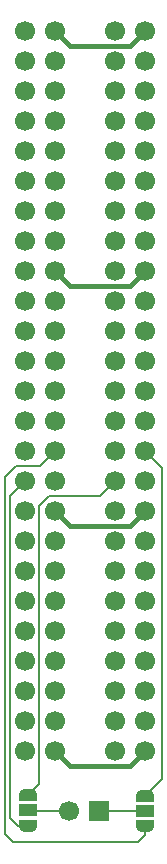
<source format=gbr>
%TF.GenerationSoftware,KiCad,Pcbnew,9.0.4*%
%TF.CreationDate,2025-11-09T10:18:35+13:00*%
%TF.ProjectId,AWS_CPU_Jumper,4157535f-4350-4555-9f4a-756d7065722e,rev?*%
%TF.SameCoordinates,Original*%
%TF.FileFunction,Copper,L2,Bot*%
%TF.FilePolarity,Positive*%
%FSLAX46Y46*%
G04 Gerber Fmt 4.6, Leading zero omitted, Abs format (unit mm)*
G04 Created by KiCad (PCBNEW 9.0.4) date 2025-11-09 10:18:35*
%MOMM*%
%LPD*%
G01*
G04 APERTURE LIST*
G04 Aperture macros list*
%AMFreePoly0*
4,1,23,0.550000,-0.750000,0.000000,-0.750000,0.000000,-0.745722,-0.065263,-0.745722,-0.191342,-0.711940,-0.304381,-0.646677,-0.396677,-0.554381,-0.461940,-0.441342,-0.495722,-0.315263,-0.495722,-0.250000,-0.500000,-0.250000,-0.500000,0.250000,-0.495722,0.250000,-0.495722,0.315263,-0.461940,0.441342,-0.396677,0.554381,-0.304381,0.646677,-0.191342,0.711940,-0.065263,0.745722,0.000000,0.745722,
0.000000,0.750000,0.550000,0.750000,0.550000,-0.750000,0.550000,-0.750000,$1*%
%AMFreePoly1*
4,1,23,0.000000,0.745722,0.065263,0.745722,0.191342,0.711940,0.304381,0.646677,0.396677,0.554381,0.461940,0.441342,0.495722,0.315263,0.495722,0.250000,0.500000,0.250000,0.500000,-0.250000,0.495722,-0.250000,0.495722,-0.315263,0.461940,-0.441342,0.396677,-0.554381,0.304381,-0.646677,0.191342,-0.711940,0.065263,-0.745722,0.000000,-0.745722,0.000000,-0.750000,-0.550000,-0.750000,
-0.550000,0.750000,0.000000,0.750000,0.000000,0.745722,0.000000,0.745722,$1*%
G04 Aperture macros list end*
%TA.AperFunction,ComponentPad*%
%ADD10C,1.700000*%
%TD*%
%TA.AperFunction,ComponentPad*%
%ADD11R,1.700000X1.700000*%
%TD*%
%TA.AperFunction,SMDPad,CuDef*%
%ADD12FreePoly0,270.000000*%
%TD*%
%TA.AperFunction,SMDPad,CuDef*%
%ADD13R,1.500000X1.000000*%
%TD*%
%TA.AperFunction,SMDPad,CuDef*%
%ADD14FreePoly1,270.000000*%
%TD*%
%TA.AperFunction,Conductor*%
%ADD15C,0.400000*%
%TD*%
%TA.AperFunction,Conductor*%
%ADD16C,0.200000*%
%TD*%
G04 APERTURE END LIST*
D10*
%TO.P,J1,1,Pin_1*%
%TO.N,Net-(J1-Pin_1)*%
X127000000Y-127000000D03*
%TO.P,J1,2,Pin_2*%
%TO.N,Net-(J1-Pin_2)*%
X124460000Y-127000000D03*
%TO.P,J1,3,Pin_3*%
%TO.N,Net-(J1-Pin_3)*%
X127000000Y-124460000D03*
%TO.P,J1,4,Pin_4*%
%TO.N,Net-(J1-Pin_4)*%
X124460000Y-124460000D03*
%TO.P,J1,5,Pin_5*%
%TO.N,Net-(J1-Pin_5)*%
X127000000Y-121920000D03*
%TO.P,J1,6,Pin_6*%
%TO.N,Net-(J1-Pin_6)*%
X124460000Y-121920000D03*
%TO.P,J1,7,Pin_7*%
%TO.N,Net-(J1-Pin_7)*%
X127000000Y-119380000D03*
%TO.P,J1,8,Pin_8*%
%TO.N,Net-(J1-Pin_8)*%
X124460000Y-119380000D03*
%TO.P,J1,9,Pin_9*%
%TO.N,Net-(J1-Pin_9)*%
X127000000Y-116840000D03*
%TO.P,J1,10,Pin_10*%
%TO.N,Net-(J1-Pin_10)*%
X124460000Y-116840000D03*
%TO.P,J1,11,Pin_11*%
%TO.N,Net-(J1-Pin_11)*%
X127000000Y-114300000D03*
%TO.P,J1,12,Pin_12*%
%TO.N,Net-(J1-Pin_12)*%
X124460000Y-114300000D03*
%TO.P,J1,13,Pin_13*%
%TO.N,Net-(J1-Pin_13)*%
X127000000Y-111760000D03*
%TO.P,J1,14,Pin_14*%
%TO.N,Net-(J1-Pin_14)*%
X124460000Y-111760000D03*
%TO.P,J1,15,Pin_15*%
%TO.N,Net-(J1-Pin_15)*%
X127000000Y-109220000D03*
%TO.P,J1,16,Pin_16*%
%TO.N,Net-(J1-Pin_16)*%
X124460000Y-109220000D03*
%TO.P,J1,17,Pin_17*%
%TO.N,Net-(J1-Pin_17)*%
X127000000Y-106680000D03*
%TO.P,J1,18,Pin_18*%
%TO.N,Net-(J1-Pin_18)*%
X124460000Y-106680000D03*
%TO.P,J1,19,Pin_19*%
%TO.N,Net-(J1-Pin_19)*%
X127000000Y-104140000D03*
%TO.P,J1,20,Pin_20*%
%TO.N,B_DRTYPE0-*%
X124460000Y-104140000D03*
%TO.P,J1,21,Pin_21*%
%TO.N,B_DRTYPE1-*%
X127000000Y-101600000D03*
%TO.P,J1,22,Pin_22*%
%TO.N,Net-(J1-Pin_22)*%
X124460000Y-101600000D03*
%TO.P,J1,23,Pin_23*%
%TO.N,Net-(J1-Pin_23)*%
X127000000Y-99060000D03*
%TO.P,J1,24,Pin_24*%
%TO.N,Net-(J1-Pin_24)*%
X124460000Y-99060000D03*
%TO.P,J1,25,Pin_25*%
%TO.N,Net-(J1-Pin_25)*%
X127000000Y-96520000D03*
%TO.P,J1,26,Pin_26*%
%TO.N,Net-(J1-Pin_26)*%
X124460000Y-96520000D03*
%TO.P,J1,27,Pin_27*%
%TO.N,Net-(J1-Pin_27)*%
X127000000Y-93980000D03*
%TO.P,J1,28,Pin_28*%
%TO.N,Net-(J1-Pin_28)*%
X124460000Y-93980000D03*
%TO.P,J1,29,Pin_29*%
%TO.N,Net-(J1-Pin_29)*%
X127000000Y-91440000D03*
%TO.P,J1,30,Pin_30*%
%TO.N,Net-(J1-Pin_30)*%
X124460000Y-91440000D03*
%TO.P,J1,31,Pin_31*%
%TO.N,Net-(J1-Pin_31)*%
X127000000Y-88900000D03*
%TO.P,J1,32,Pin_32*%
%TO.N,Net-(J1-Pin_32)*%
X124460000Y-88900000D03*
%TO.P,J1,33,Pin_33*%
%TO.N,Net-(J1-Pin_33)*%
X127000000Y-86360000D03*
%TO.P,J1,34,Pin_34*%
%TO.N,Net-(J1-Pin_34)*%
X124460000Y-86360000D03*
%TO.P,J1,35,Pin_35*%
%TO.N,Net-(J1-Pin_35)*%
X127000000Y-83820000D03*
%TO.P,J1,36,Pin_36*%
%TO.N,Net-(J1-Pin_36)*%
X124460000Y-83820000D03*
%TO.P,J1,37,Pin_37*%
%TO.N,Net-(J1-Pin_37)*%
X127000000Y-81280000D03*
%TO.P,J1,38,Pin_38*%
%TO.N,Net-(J1-Pin_38)*%
X124460000Y-81280000D03*
%TO.P,J1,39,Pin_39*%
%TO.N,Net-(J1-Pin_39)*%
X127000000Y-78740000D03*
%TO.P,J1,40,Pin_40*%
%TO.N,Net-(J1-Pin_40)*%
X124460000Y-78740000D03*
%TO.P,J1,41,Pin_41*%
%TO.N,Net-(J1-Pin_41)*%
X127000000Y-76200000D03*
%TO.P,J1,42,Pin_42*%
%TO.N,Net-(J1-Pin_42)*%
X124460000Y-76200000D03*
%TO.P,J1,43,Pin_43*%
%TO.N,Net-(J1-Pin_43)*%
X127000000Y-73660000D03*
%TO.P,J1,44,Pin_44*%
%TO.N,Net-(J1-Pin_44)*%
X124460000Y-73660000D03*
%TO.P,J1,45,Pin_45*%
%TO.N,Net-(J1-Pin_45)*%
X127000000Y-71120000D03*
%TO.P,J1,46,Pin_46*%
%TO.N,Net-(J1-Pin_46)*%
X124460000Y-71120000D03*
%TO.P,J1,47,Pin_47*%
%TO.N,Net-(J1-Pin_47)*%
X127000000Y-68580000D03*
%TO.P,J1,48,Pin_48*%
%TO.N,Net-(J1-Pin_48)*%
X124460000Y-68580000D03*
%TO.P,J1,49,Pin_49*%
%TO.N,Net-(J1-Pin_49)*%
X127000000Y-66040000D03*
%TO.P,J1,50,Pin_50*%
%TO.N,Net-(J1-Pin_50)*%
X124460000Y-66040000D03*
%TD*%
D11*
%TO.P,J3,1,Pin_1*%
%TO.N,Net-(J3-Pin_1)*%
X130700000Y-132080000D03*
D10*
%TO.P,J3,2,Pin_2*%
%TO.N,Net-(J3-Pin_2)*%
X128160000Y-132080000D03*
%TD*%
%TO.P,J2,1,Pin_1*%
%TO.N,Net-(J1-Pin_1)*%
X134620000Y-127000000D03*
%TO.P,J2,2,Pin_2*%
%TO.N,Net-(J1-Pin_2)*%
X132080000Y-127000000D03*
%TO.P,J2,3,Pin_3*%
%TO.N,Net-(J1-Pin_3)*%
X134620000Y-124460000D03*
%TO.P,J2,4,Pin_4*%
%TO.N,Net-(J1-Pin_4)*%
X132080000Y-124460000D03*
%TO.P,J2,5,Pin_5*%
%TO.N,Net-(J1-Pin_5)*%
X134620000Y-121920000D03*
%TO.P,J2,6,Pin_6*%
%TO.N,Net-(J1-Pin_6)*%
X132080000Y-121920000D03*
%TO.P,J2,7,Pin_7*%
%TO.N,Net-(J1-Pin_7)*%
X134620000Y-119380000D03*
%TO.P,J2,8,Pin_8*%
%TO.N,Net-(J1-Pin_8)*%
X132080000Y-119380000D03*
%TO.P,J2,9,Pin_9*%
%TO.N,Net-(J1-Pin_9)*%
X134620000Y-116840000D03*
%TO.P,J2,10,Pin_10*%
%TO.N,Net-(J1-Pin_10)*%
X132080000Y-116840000D03*
%TO.P,J2,11,Pin_11*%
%TO.N,Net-(J1-Pin_11)*%
X134620000Y-114300000D03*
%TO.P,J2,12,Pin_12*%
%TO.N,Net-(J1-Pin_12)*%
X132080000Y-114300000D03*
%TO.P,J2,13,Pin_13*%
%TO.N,Net-(J1-Pin_13)*%
X134620000Y-111760000D03*
%TO.P,J2,14,Pin_14*%
%TO.N,Net-(J1-Pin_14)*%
X132080000Y-111760000D03*
%TO.P,J2,15,Pin_15*%
%TO.N,Net-(J1-Pin_15)*%
X134620000Y-109220000D03*
%TO.P,J2,16,Pin_16*%
%TO.N,Net-(J1-Pin_16)*%
X132080000Y-109220000D03*
%TO.P,J2,17,Pin_17*%
%TO.N,Net-(J1-Pin_17)*%
X134620000Y-106680000D03*
%TO.P,J2,18,Pin_18*%
%TO.N,Net-(J1-Pin_18)*%
X132080000Y-106680000D03*
%TO.P,J2,19,Pin_19*%
%TO.N,Net-(J1-Pin_19)*%
X134620000Y-104140000D03*
%TO.P,J2,20,Pin_20*%
%TO.N,A_DRTYPE0-*%
X132080000Y-104140000D03*
%TO.P,J2,21,Pin_21*%
%TO.N,A_DRTYPE1-*%
X134620000Y-101600000D03*
%TO.P,J2,22,Pin_22*%
%TO.N,Net-(J1-Pin_22)*%
X132080000Y-101600000D03*
%TO.P,J2,23,Pin_23*%
%TO.N,Net-(J1-Pin_23)*%
X134620000Y-99060000D03*
%TO.P,J2,24,Pin_24*%
%TO.N,Net-(J1-Pin_24)*%
X132080000Y-99060000D03*
%TO.P,J2,25,Pin_25*%
%TO.N,Net-(J1-Pin_25)*%
X134620000Y-96520000D03*
%TO.P,J2,26,Pin_26*%
%TO.N,Net-(J1-Pin_26)*%
X132080000Y-96520000D03*
%TO.P,J2,27,Pin_27*%
%TO.N,Net-(J1-Pin_27)*%
X134620000Y-93980000D03*
%TO.P,J2,28,Pin_28*%
%TO.N,Net-(J1-Pin_28)*%
X132080000Y-93980000D03*
%TO.P,J2,29,Pin_29*%
%TO.N,Net-(J1-Pin_29)*%
X134620000Y-91440000D03*
%TO.P,J2,30,Pin_30*%
%TO.N,Net-(J1-Pin_30)*%
X132080000Y-91440000D03*
%TO.P,J2,31,Pin_31*%
%TO.N,Net-(J1-Pin_31)*%
X134620000Y-88900000D03*
%TO.P,J2,32,Pin_32*%
%TO.N,Net-(J1-Pin_32)*%
X132080000Y-88900000D03*
%TO.P,J2,33,Pin_33*%
%TO.N,Net-(J1-Pin_33)*%
X134620000Y-86360000D03*
%TO.P,J2,34,Pin_34*%
%TO.N,Net-(J1-Pin_34)*%
X132080000Y-86360000D03*
%TO.P,J2,35,Pin_35*%
%TO.N,Net-(J1-Pin_35)*%
X134620000Y-83820000D03*
%TO.P,J2,36,Pin_36*%
%TO.N,Net-(J1-Pin_36)*%
X132080000Y-83820000D03*
%TO.P,J2,37,Pin_37*%
%TO.N,Net-(J1-Pin_37)*%
X134620000Y-81280000D03*
%TO.P,J2,38,Pin_38*%
%TO.N,Net-(J1-Pin_38)*%
X132080000Y-81280000D03*
%TO.P,J2,39,Pin_39*%
%TO.N,Net-(J1-Pin_39)*%
X134620000Y-78740000D03*
%TO.P,J2,40,Pin_40*%
%TO.N,Net-(J1-Pin_40)*%
X132080000Y-78740000D03*
%TO.P,J2,41,Pin_41*%
%TO.N,Net-(J1-Pin_41)*%
X134620000Y-76200000D03*
%TO.P,J2,42,Pin_42*%
%TO.N,Net-(J1-Pin_42)*%
X132080000Y-76200000D03*
%TO.P,J2,43,Pin_43*%
%TO.N,Net-(J1-Pin_43)*%
X134620000Y-73660000D03*
%TO.P,J2,44,Pin_44*%
%TO.N,Net-(J1-Pin_44)*%
X132080000Y-73660000D03*
%TO.P,J2,45,Pin_45*%
%TO.N,Net-(J1-Pin_45)*%
X134620000Y-71120000D03*
%TO.P,J2,46,Pin_46*%
%TO.N,Net-(J1-Pin_46)*%
X132080000Y-71120000D03*
%TO.P,J2,47,Pin_47*%
%TO.N,Net-(J1-Pin_47)*%
X134620000Y-68580000D03*
%TO.P,J2,48,Pin_48*%
%TO.N,Net-(J1-Pin_48)*%
X132080000Y-68580000D03*
%TO.P,J2,49,Pin_49*%
%TO.N,Net-(J1-Pin_49)*%
X134620000Y-66040000D03*
%TO.P,J2,50,Pin_50*%
%TO.N,Net-(J1-Pin_50)*%
X132080000Y-66040000D03*
%TD*%
D12*
%TO.P,JP1,1,A*%
%TO.N,A_DRTYPE1-*%
X134620000Y-130810000D03*
D13*
%TO.P,JP1,2,C*%
%TO.N,Net-(J3-Pin_1)*%
X134620000Y-132110000D03*
D14*
%TO.P,JP1,3,B*%
%TO.N,B_DRTYPE1-*%
X134620000Y-133410000D03*
%TD*%
D12*
%TO.P,JP2,1,A*%
%TO.N,A_DRTYPE0-*%
X124714000Y-130750000D03*
D13*
%TO.P,JP2,2,C*%
%TO.N,Net-(J3-Pin_2)*%
X124714000Y-132050000D03*
D14*
%TO.P,JP2,3,B*%
%TO.N,B_DRTYPE0-*%
X124714000Y-133350000D03*
%TD*%
D15*
%TO.N,Net-(J1-Pin_33)*%
X127000000Y-86360000D02*
X128270000Y-87630000D01*
X128270000Y-87630000D02*
X133350000Y-87630000D01*
X133350000Y-87630000D02*
X134620000Y-86360000D01*
%TO.N,Net-(J1-Pin_1)*%
X127000000Y-127000000D02*
X128251000Y-128251000D01*
X128251000Y-128251000D02*
X133369000Y-128251000D01*
X133369000Y-128251000D02*
X134620000Y-127000000D01*
%TO.N,Net-(J1-Pin_17)*%
X133369000Y-107931000D02*
X134620000Y-106680000D01*
X128251000Y-107931000D02*
X133369000Y-107931000D01*
X127000000Y-106680000D02*
X128251000Y-107931000D01*
%TO.N,Net-(J1-Pin_49)*%
X133369000Y-67291000D02*
X134620000Y-66040000D01*
X127000000Y-66040000D02*
X128251000Y-67291000D01*
X128251000Y-67291000D02*
X133369000Y-67291000D01*
D16*
%TO.N,B_DRTYPE1-*%
X122775000Y-103793000D02*
X122775000Y-134078000D01*
X134620000Y-134112000D02*
X134620000Y-133410000D01*
X122775000Y-134078000D02*
X123444000Y-134747000D01*
X123444000Y-134747000D02*
X133985000Y-134747000D01*
X125730000Y-102870000D02*
X123698000Y-102870000D01*
X133985000Y-134747000D02*
X134620000Y-134112000D01*
X123698000Y-102870000D02*
X122775000Y-103793000D01*
X127000000Y-101600000D02*
X125730000Y-102870000D01*
%TO.N,B_DRTYPE0-*%
X123190000Y-105410000D02*
X124460000Y-104140000D01*
X124714000Y-133350000D02*
X123825000Y-133350000D01*
X123190000Y-132715000D02*
X123190000Y-105410000D01*
X123825000Y-133350000D02*
X123190000Y-132715000D01*
%TO.N,A_DRTYPE1-*%
X134620000Y-130810000D02*
X136051000Y-129379000D01*
X136051000Y-103031000D02*
X134620000Y-101600000D01*
X136051000Y-129379000D02*
X136051000Y-103031000D01*
%TO.N,A_DRTYPE0-*%
X124714000Y-130750000D02*
X125611000Y-129853000D01*
X130810000Y-105410000D02*
X132080000Y-104140000D01*
X125611000Y-106291000D02*
X126492000Y-105410000D01*
X125611000Y-129853000D02*
X125611000Y-106291000D01*
X126492000Y-105410000D02*
X130810000Y-105410000D01*
%TO.N,Net-(J3-Pin_1)*%
X130700000Y-132080000D02*
X134590000Y-132080000D01*
X134590000Y-132080000D02*
X134620000Y-132110000D01*
%TO.N,Net-(J3-Pin_2)*%
X124744000Y-132080000D02*
X124714000Y-132050000D01*
X128160000Y-132080000D02*
X124744000Y-132080000D01*
%TD*%
M02*

</source>
